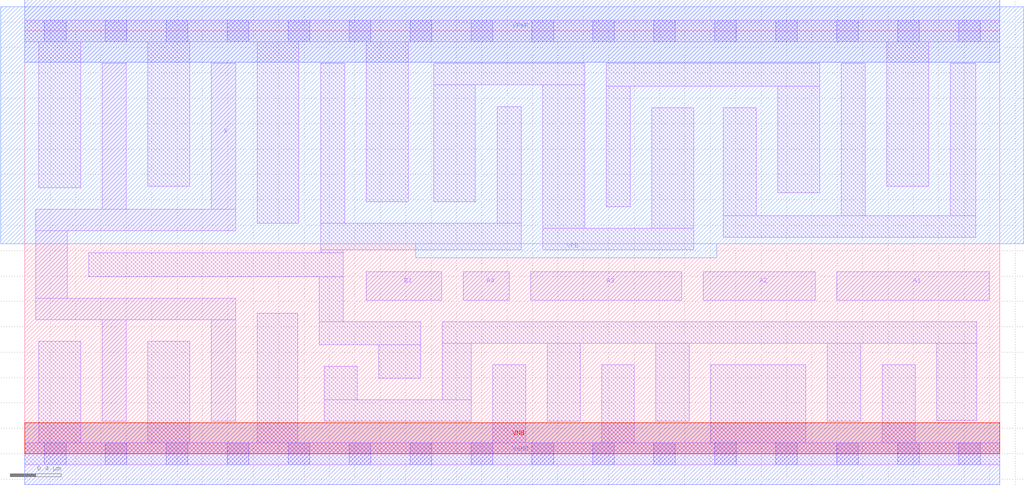
<source format=lef>
# Copyright 2020 The SkyWater PDK Authors
#
# Licensed under the Apache License, Version 2.0 (the "License");
# you may not use this file except in compliance with the License.
# You may obtain a copy of the License at
#
#     https://www.apache.org/licenses/LICENSE-2.0
#
# Unless required by applicable law or agreed to in writing, software
# distributed under the License is distributed on an "AS IS" BASIS,
# WITHOUT WARRANTIES OR CONDITIONS OF ANY KIND, either express or implied.
# See the License for the specific language governing permissions and
# limitations under the License.
#
# SPDX-License-Identifier: Apache-2.0

VERSION 5.7 ;
  NOWIREEXTENSIONATPIN ON ;
  DIVIDERCHAR "/" ;
  BUSBITCHARS "[]" ;
MACRO sky130_fd_sc_lp__o41a_4
  CLASS CORE ;
  FOREIGN sky130_fd_sc_lp__o41a_4 ;
  ORIGIN  0.000000  0.000000 ;
  SIZE  7.680000 BY  3.330000 ;
  SYMMETRY X Y R90 ;
  SITE unit ;
  PIN A1
    ANTENNAGATEAREA  0.630000 ;
    DIRECTION INPUT ;
    USE SIGNAL ;
    PORT
      LAYER li1 ;
        RECT 6.395000 1.210000 7.595000 1.435000 ;
    END
  END A1
  PIN A2
    ANTENNAGATEAREA  0.630000 ;
    DIRECTION INPUT ;
    USE SIGNAL ;
    PORT
      LAYER li1 ;
        RECT 5.345000 1.210000 6.225000 1.435000 ;
    END
  END A2
  PIN A3
    ANTENNAGATEAREA  0.630000 ;
    DIRECTION INPUT ;
    USE SIGNAL ;
    PORT
      LAYER li1 ;
        RECT 3.985000 1.210000 5.175000 1.435000 ;
    END
  END A3
  PIN A4
    ANTENNAGATEAREA  0.630000 ;
    DIRECTION INPUT ;
    USE SIGNAL ;
    PORT
      LAYER li1 ;
        RECT 3.455000 1.210000 3.815000 1.435000 ;
    END
  END A4
  PIN B1
    ANTENNAGATEAREA  0.630000 ;
    DIRECTION INPUT ;
    USE SIGNAL ;
    PORT
      LAYER li1 ;
        RECT 2.690000 1.210000 3.285000 1.435000 ;
    END
  END B1
  PIN X
    ANTENNADIFFAREA  1.176000 ;
    DIRECTION OUTPUT ;
    USE SIGNAL ;
    PORT
      LAYER li1 ;
        RECT 0.085000 1.055000 1.660000 1.225000 ;
        RECT 0.085000 1.225000 0.335000 1.755000 ;
        RECT 0.085000 1.755000 1.660000 1.925000 ;
        RECT 0.610000 0.255000 0.800000 1.055000 ;
        RECT 0.610000 1.925000 0.800000 3.075000 ;
        RECT 1.470000 0.255000 1.660000 1.055000 ;
        RECT 1.470000 1.925000 1.660000 3.075000 ;
    END
  END X
  PIN VGND
    DIRECTION INOUT ;
    USE GROUND ;
    PORT
      LAYER met1 ;
        RECT 0.000000 -0.245000 7.680000 0.245000 ;
    END
  END VGND
  PIN VNB
    DIRECTION INOUT ;
    USE GROUND ;
    PORT
      LAYER pwell ;
        RECT 0.000000 0.000000 7.680000 0.245000 ;
    END
  END VNB
  PIN VPB
    DIRECTION INOUT ;
    USE POWER ;
    PORT
      LAYER nwell ;
        RECT -0.190000 1.655000 7.870000 3.520000 ;
        RECT  3.080000 1.545000 5.450000 1.655000 ;
    END
  END VPB
  PIN VPWR
    DIRECTION INOUT ;
    USE POWER ;
    PORT
      LAYER met1 ;
        RECT 0.000000 3.085000 7.680000 3.575000 ;
    END
  END VPWR
  OBS
    LAYER li1 ;
      RECT 0.000000 -0.085000 7.680000 0.085000 ;
      RECT 0.000000  3.245000 7.680000 3.415000 ;
      RECT 0.110000  0.085000 0.440000 0.885000 ;
      RECT 0.110000  2.095000 0.440000 3.245000 ;
      RECT 0.505000  1.395000 2.510000 1.585000 ;
      RECT 0.970000  0.085000 1.300000 0.885000 ;
      RECT 0.970000  2.105000 1.300000 3.245000 ;
      RECT 1.830000  0.085000 2.150000 1.105000 ;
      RECT 1.830000  1.815000 2.160000 3.245000 ;
      RECT 2.320000  0.860000 3.120000 1.040000 ;
      RECT 2.320000  1.040000 2.510000 1.395000 ;
      RECT 2.330000  1.585000 2.510000 1.605000 ;
      RECT 2.330000  1.605000 3.910000 1.815000 ;
      RECT 2.330000  1.815000 2.520000 3.075000 ;
      RECT 2.360000  0.255000 3.515000 0.425000 ;
      RECT 2.360000  0.425000 2.620000 0.690000 ;
      RECT 2.690000  1.985000 3.020000 3.245000 ;
      RECT 2.790000  0.595000 3.120000 0.860000 ;
      RECT 3.220000  1.985000 3.550000 2.905000 ;
      RECT 3.220000  2.905000 4.410000 3.075000 ;
      RECT 3.290000  0.425000 3.515000 0.870000 ;
      RECT 3.290000  0.870000 7.500000 1.040000 ;
      RECT 3.685000  0.085000 3.945000 0.700000 ;
      RECT 3.720000  1.815000 3.910000 2.735000 ;
      RECT 4.080000  1.605000 5.270000 1.775000 ;
      RECT 4.080000  1.775000 4.410000 2.905000 ;
      RECT 4.115000  0.255000 4.375000 0.870000 ;
      RECT 4.545000  0.085000 4.800000 0.700000 ;
      RECT 4.580000  1.945000 4.770000 2.895000 ;
      RECT 4.580000  2.895000 6.260000 3.075000 ;
      RECT 4.940000  1.775000 5.270000 2.725000 ;
      RECT 4.970000  0.255000 5.235000 0.870000 ;
      RECT 5.405000  0.085000 6.150000 0.700000 ;
      RECT 5.500000  1.705000 7.490000 1.875000 ;
      RECT 5.500000  1.875000 5.760000 2.725000 ;
      RECT 5.930000  2.055000 6.260000 2.895000 ;
      RECT 6.320000  0.255000 6.585000 0.870000 ;
      RECT 6.430000  1.875000 6.620000 3.075000 ;
      RECT 6.755000  0.085000 7.015000 0.700000 ;
      RECT 6.790000  2.105000 7.120000 3.245000 ;
      RECT 7.185000  0.265000 7.500000 0.870000 ;
      RECT 7.290000  1.875000 7.490000 3.075000 ;
    LAYER mcon ;
      RECT 0.155000 -0.085000 0.325000 0.085000 ;
      RECT 0.155000  3.245000 0.325000 3.415000 ;
      RECT 0.635000 -0.085000 0.805000 0.085000 ;
      RECT 0.635000  3.245000 0.805000 3.415000 ;
      RECT 1.115000 -0.085000 1.285000 0.085000 ;
      RECT 1.115000  3.245000 1.285000 3.415000 ;
      RECT 1.595000 -0.085000 1.765000 0.085000 ;
      RECT 1.595000  3.245000 1.765000 3.415000 ;
      RECT 2.075000 -0.085000 2.245000 0.085000 ;
      RECT 2.075000  3.245000 2.245000 3.415000 ;
      RECT 2.555000 -0.085000 2.725000 0.085000 ;
      RECT 2.555000  3.245000 2.725000 3.415000 ;
      RECT 3.035000 -0.085000 3.205000 0.085000 ;
      RECT 3.035000  3.245000 3.205000 3.415000 ;
      RECT 3.515000 -0.085000 3.685000 0.085000 ;
      RECT 3.515000  3.245000 3.685000 3.415000 ;
      RECT 3.995000 -0.085000 4.165000 0.085000 ;
      RECT 3.995000  3.245000 4.165000 3.415000 ;
      RECT 4.475000 -0.085000 4.645000 0.085000 ;
      RECT 4.475000  3.245000 4.645000 3.415000 ;
      RECT 4.955000 -0.085000 5.125000 0.085000 ;
      RECT 4.955000  3.245000 5.125000 3.415000 ;
      RECT 5.435000 -0.085000 5.605000 0.085000 ;
      RECT 5.435000  3.245000 5.605000 3.415000 ;
      RECT 5.915000 -0.085000 6.085000 0.085000 ;
      RECT 5.915000  3.245000 6.085000 3.415000 ;
      RECT 6.395000 -0.085000 6.565000 0.085000 ;
      RECT 6.395000  3.245000 6.565000 3.415000 ;
      RECT 6.875000 -0.085000 7.045000 0.085000 ;
      RECT 6.875000  3.245000 7.045000 3.415000 ;
      RECT 7.355000 -0.085000 7.525000 0.085000 ;
      RECT 7.355000  3.245000 7.525000 3.415000 ;
  END
END sky130_fd_sc_lp__o41a_4
END LIBRARY

</source>
